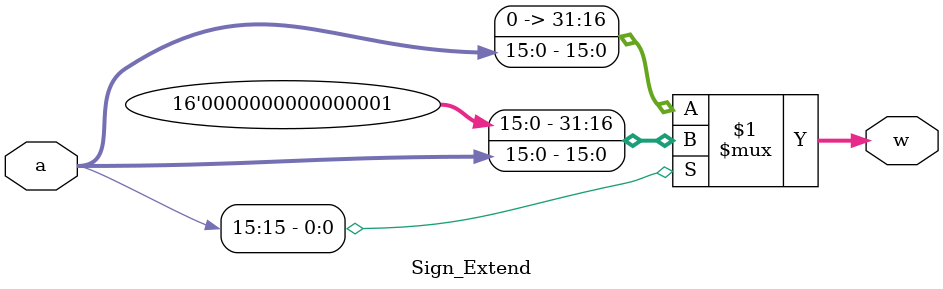
<source format=v>
module Sign_Extend(
  input[15:0] a,
  output[31:0] w
);

assign w = (a[15]) ? {16'b1, a} : {16'b0, a};
endmodule

</source>
